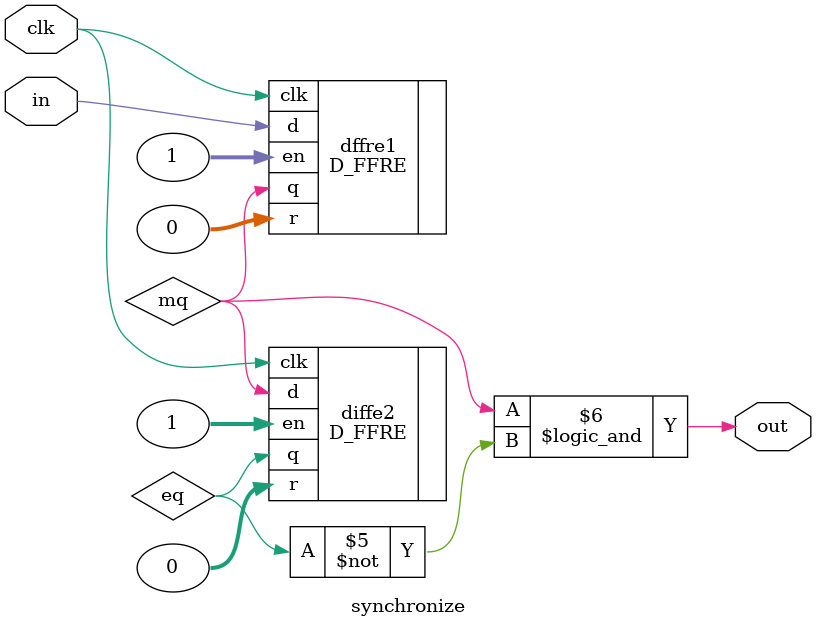
<source format=v>

module synchronize(clk,in,out);
	input clk,in;
	output out;
	wire mq, eq;
	
	//D flip flop
	D_FFRE #(.n(1)) dffre1(.clk(clk),
			               .r(0),
						   .en(1),
			               .d(in),
			               .q(mq)
				           );
	
	D_FFRE #(.n(1)) diffe2(.clk(clk),
				           .r(0),
				           .en(1),
				           .d(mq),
				           .q(eq)
				           );
	assign out = mq && ~eq;
endmodule


</source>
